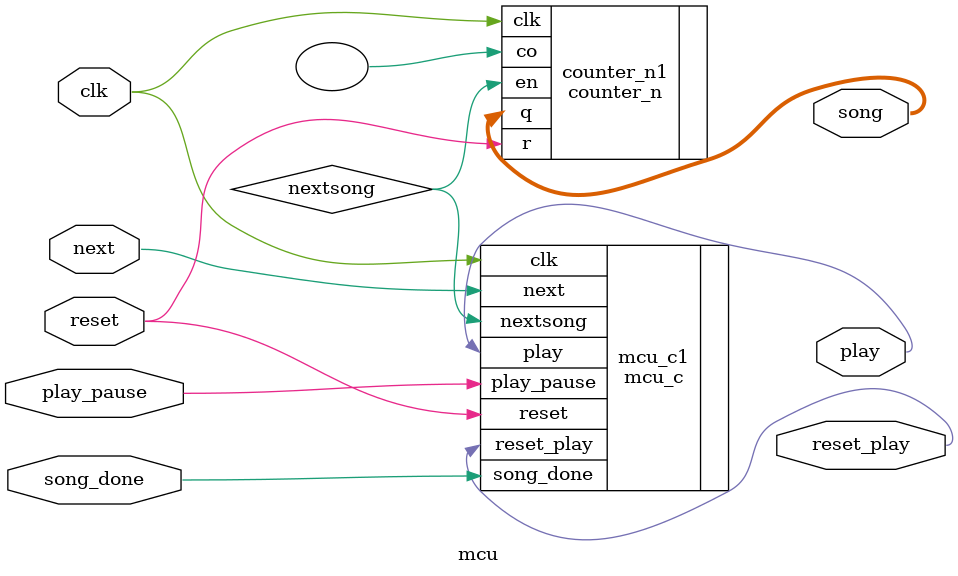
<source format=v>
module mcu(clk,reset,play_pause,next,play,reset_play,song_done,song);
input clk;//100MHz时钟信号
input reset,play_pause,next;
input song_done;//一个周期宽度的高电平脉冲，表示乐曲播放结束
output play,reset_play;
output [1:0]song;//当前播放乐曲的序号
wire nextsong;//下一首播放
mcu_c mcu_c1(.clk(clk),.reset(reset),.play_pause(play_pause),.next(next),.play(play),.reset_play(reset_play),.song_done(song_done),.nextsong(nextsong));//控制器
counter_n #(.n(4),.counter_bits(2))counter_n1(.en(nextsong),.r(reset),.clk(clk),.q(song),.co());//二位二进制计数器
endmodule
</source>
